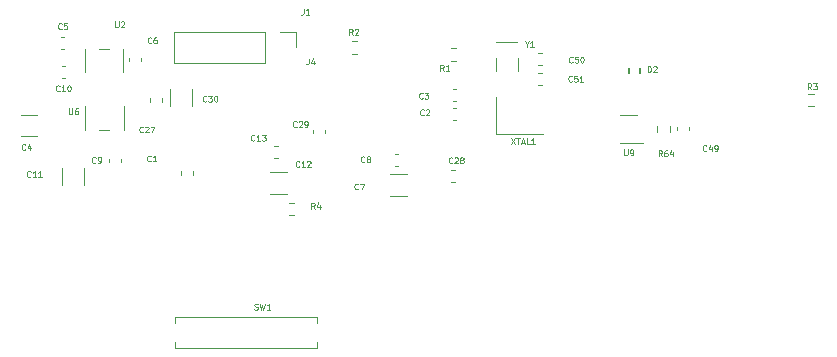
<source format=gbr>
%TF.GenerationSoftware,KiCad,Pcbnew,8.0.5*%
%TF.CreationDate,2025-03-11T15:07:16+00:00*%
%TF.ProjectId,UC_V4_4904-30028-06,55435f56-345f-4343-9930-342d33303032,rev?*%
%TF.SameCoordinates,Original*%
%TF.FileFunction,Legend,Top*%
%TF.FilePolarity,Positive*%
%FSLAX46Y46*%
G04 Gerber Fmt 4.6, Leading zero omitted, Abs format (unit mm)*
G04 Created by KiCad (PCBNEW 8.0.5) date 2025-03-11 15:07:16*
%MOMM*%
%LPD*%
G01*
G04 APERTURE LIST*
%ADD10C,0.100000*%
%ADD11C,0.120000*%
%ADD12C,0.152400*%
G04 APERTURE END LIST*
D10*
X131240571Y-100053490D02*
X131216762Y-100077300D01*
X131216762Y-100077300D02*
X131145333Y-100101109D01*
X131145333Y-100101109D02*
X131097714Y-100101109D01*
X131097714Y-100101109D02*
X131026286Y-100077300D01*
X131026286Y-100077300D02*
X130978667Y-100029680D01*
X130978667Y-100029680D02*
X130954857Y-99982061D01*
X130954857Y-99982061D02*
X130931048Y-99886823D01*
X130931048Y-99886823D02*
X130931048Y-99815395D01*
X130931048Y-99815395D02*
X130954857Y-99720157D01*
X130954857Y-99720157D02*
X130978667Y-99672538D01*
X130978667Y-99672538D02*
X131026286Y-99624919D01*
X131026286Y-99624919D02*
X131097714Y-99601109D01*
X131097714Y-99601109D02*
X131145333Y-99601109D01*
X131145333Y-99601109D02*
X131216762Y-99624919D01*
X131216762Y-99624919D02*
X131240571Y-99648728D01*
X131716762Y-100101109D02*
X131431048Y-100101109D01*
X131573905Y-100101109D02*
X131573905Y-99601109D01*
X131573905Y-99601109D02*
X131526286Y-99672538D01*
X131526286Y-99672538D02*
X131478667Y-99720157D01*
X131478667Y-99720157D02*
X131431048Y-99743966D01*
X131883428Y-99601109D02*
X132192952Y-99601109D01*
X132192952Y-99601109D02*
X132026285Y-99791585D01*
X132026285Y-99791585D02*
X132097714Y-99791585D01*
X132097714Y-99791585D02*
X132145333Y-99815395D01*
X132145333Y-99815395D02*
X132169142Y-99839204D01*
X132169142Y-99839204D02*
X132192952Y-99886823D01*
X132192952Y-99886823D02*
X132192952Y-100005871D01*
X132192952Y-100005871D02*
X132169142Y-100053490D01*
X132169142Y-100053490D02*
X132145333Y-100077300D01*
X132145333Y-100077300D02*
X132097714Y-100101109D01*
X132097714Y-100101109D02*
X131954857Y-100101109D01*
X131954857Y-100101109D02*
X131907238Y-100077300D01*
X131907238Y-100077300D02*
X131883428Y-100053490D01*
X139555866Y-91134909D02*
X139389200Y-90896814D01*
X139270152Y-91134909D02*
X139270152Y-90634909D01*
X139270152Y-90634909D02*
X139460628Y-90634909D01*
X139460628Y-90634909D02*
X139508247Y-90658719D01*
X139508247Y-90658719D02*
X139532057Y-90682528D01*
X139532057Y-90682528D02*
X139555866Y-90730147D01*
X139555866Y-90730147D02*
X139555866Y-90801576D01*
X139555866Y-90801576D02*
X139532057Y-90849195D01*
X139532057Y-90849195D02*
X139508247Y-90873004D01*
X139508247Y-90873004D02*
X139460628Y-90896814D01*
X139460628Y-90896814D02*
X139270152Y-90896814D01*
X139746343Y-90682528D02*
X139770152Y-90658719D01*
X139770152Y-90658719D02*
X139817771Y-90634909D01*
X139817771Y-90634909D02*
X139936819Y-90634909D01*
X139936819Y-90634909D02*
X139984438Y-90658719D01*
X139984438Y-90658719D02*
X140008247Y-90682528D01*
X140008247Y-90682528D02*
X140032057Y-90730147D01*
X140032057Y-90730147D02*
X140032057Y-90777766D01*
X140032057Y-90777766D02*
X140008247Y-90849195D01*
X140008247Y-90849195D02*
X139722533Y-91134909D01*
X139722533Y-91134909D02*
X140032057Y-91134909D01*
X162552647Y-100838109D02*
X162552647Y-101242871D01*
X162552647Y-101242871D02*
X162576457Y-101290490D01*
X162576457Y-101290490D02*
X162600266Y-101314300D01*
X162600266Y-101314300D02*
X162647885Y-101338109D01*
X162647885Y-101338109D02*
X162743123Y-101338109D01*
X162743123Y-101338109D02*
X162790742Y-101314300D01*
X162790742Y-101314300D02*
X162814552Y-101290490D01*
X162814552Y-101290490D02*
X162838361Y-101242871D01*
X162838361Y-101242871D02*
X162838361Y-100838109D01*
X163100267Y-101338109D02*
X163195505Y-101338109D01*
X163195505Y-101338109D02*
X163243124Y-101314300D01*
X163243124Y-101314300D02*
X163266933Y-101290490D01*
X163266933Y-101290490D02*
X163314552Y-101219061D01*
X163314552Y-101219061D02*
X163338362Y-101123823D01*
X163338362Y-101123823D02*
X163338362Y-100933347D01*
X163338362Y-100933347D02*
X163314552Y-100885728D01*
X163314552Y-100885728D02*
X163290743Y-100861919D01*
X163290743Y-100861919D02*
X163243124Y-100838109D01*
X163243124Y-100838109D02*
X163147886Y-100838109D01*
X163147886Y-100838109D02*
X163100267Y-100861919D01*
X163100267Y-100861919D02*
X163076457Y-100885728D01*
X163076457Y-100885728D02*
X163052648Y-100933347D01*
X163052648Y-100933347D02*
X163052648Y-101052395D01*
X163052648Y-101052395D02*
X163076457Y-101100014D01*
X163076457Y-101100014D02*
X163100267Y-101123823D01*
X163100267Y-101123823D02*
X163147886Y-101147633D01*
X163147886Y-101147633D02*
X163243124Y-101147633D01*
X163243124Y-101147633D02*
X163290743Y-101123823D01*
X163290743Y-101123823D02*
X163314552Y-101100014D01*
X163314552Y-101100014D02*
X163338362Y-101052395D01*
X140030666Y-104177690D02*
X140006857Y-104201500D01*
X140006857Y-104201500D02*
X139935428Y-104225309D01*
X139935428Y-104225309D02*
X139887809Y-104225309D01*
X139887809Y-104225309D02*
X139816381Y-104201500D01*
X139816381Y-104201500D02*
X139768762Y-104153880D01*
X139768762Y-104153880D02*
X139744952Y-104106261D01*
X139744952Y-104106261D02*
X139721143Y-104011023D01*
X139721143Y-104011023D02*
X139721143Y-103939595D01*
X139721143Y-103939595D02*
X139744952Y-103844357D01*
X139744952Y-103844357D02*
X139768762Y-103796738D01*
X139768762Y-103796738D02*
X139816381Y-103749119D01*
X139816381Y-103749119D02*
X139887809Y-103725309D01*
X139887809Y-103725309D02*
X139935428Y-103725309D01*
X139935428Y-103725309D02*
X140006857Y-103749119D01*
X140006857Y-103749119D02*
X140030666Y-103772928D01*
X140197333Y-103725309D02*
X140530666Y-103725309D01*
X140530666Y-103725309D02*
X140316381Y-104225309D01*
X152978296Y-99905909D02*
X153311629Y-100405909D01*
X153311629Y-99905909D02*
X152978296Y-100405909D01*
X153430677Y-99905909D02*
X153716391Y-99905909D01*
X153573534Y-100405909D02*
X153573534Y-99905909D01*
X153859248Y-100263052D02*
X154097343Y-100263052D01*
X153811629Y-100405909D02*
X153978295Y-99905909D01*
X153978295Y-99905909D02*
X154144962Y-100405909D01*
X154549723Y-100405909D02*
X154311628Y-100405909D01*
X154311628Y-100405909D02*
X154311628Y-99905909D01*
X154978295Y-100405909D02*
X154692581Y-100405909D01*
X154835438Y-100405909D02*
X154835438Y-99905909D01*
X154835438Y-99905909D02*
X154787819Y-99977338D01*
X154787819Y-99977338D02*
X154740200Y-100024957D01*
X154740200Y-100024957D02*
X154692581Y-100048766D01*
X169521771Y-100926690D02*
X169497962Y-100950500D01*
X169497962Y-100950500D02*
X169426533Y-100974309D01*
X169426533Y-100974309D02*
X169378914Y-100974309D01*
X169378914Y-100974309D02*
X169307486Y-100950500D01*
X169307486Y-100950500D02*
X169259867Y-100902880D01*
X169259867Y-100902880D02*
X169236057Y-100855261D01*
X169236057Y-100855261D02*
X169212248Y-100760023D01*
X169212248Y-100760023D02*
X169212248Y-100688595D01*
X169212248Y-100688595D02*
X169236057Y-100593357D01*
X169236057Y-100593357D02*
X169259867Y-100545738D01*
X169259867Y-100545738D02*
X169307486Y-100498119D01*
X169307486Y-100498119D02*
X169378914Y-100474309D01*
X169378914Y-100474309D02*
X169426533Y-100474309D01*
X169426533Y-100474309D02*
X169497962Y-100498119D01*
X169497962Y-100498119D02*
X169521771Y-100521928D01*
X169950343Y-100640976D02*
X169950343Y-100974309D01*
X169831295Y-100450500D02*
X169712248Y-100807642D01*
X169712248Y-100807642D02*
X170021771Y-100807642D01*
X170236057Y-100974309D02*
X170331295Y-100974309D01*
X170331295Y-100974309D02*
X170378914Y-100950500D01*
X170378914Y-100950500D02*
X170402723Y-100926690D01*
X170402723Y-100926690D02*
X170450342Y-100855261D01*
X170450342Y-100855261D02*
X170474152Y-100760023D01*
X170474152Y-100760023D02*
X170474152Y-100569547D01*
X170474152Y-100569547D02*
X170450342Y-100521928D01*
X170450342Y-100521928D02*
X170426533Y-100498119D01*
X170426533Y-100498119D02*
X170378914Y-100474309D01*
X170378914Y-100474309D02*
X170283676Y-100474309D01*
X170283676Y-100474309D02*
X170236057Y-100498119D01*
X170236057Y-100498119D02*
X170212247Y-100521928D01*
X170212247Y-100521928D02*
X170188438Y-100569547D01*
X170188438Y-100569547D02*
X170188438Y-100688595D01*
X170188438Y-100688595D02*
X170212247Y-100736214D01*
X170212247Y-100736214D02*
X170236057Y-100760023D01*
X170236057Y-100760023D02*
X170283676Y-100783833D01*
X170283676Y-100783833D02*
X170378914Y-100783833D01*
X170378914Y-100783833D02*
X170426533Y-100760023D01*
X170426533Y-100760023D02*
X170450342Y-100736214D01*
X170450342Y-100736214D02*
X170474152Y-100688595D01*
X117794866Y-101936690D02*
X117771057Y-101960500D01*
X117771057Y-101960500D02*
X117699628Y-101984309D01*
X117699628Y-101984309D02*
X117652009Y-101984309D01*
X117652009Y-101984309D02*
X117580581Y-101960500D01*
X117580581Y-101960500D02*
X117532962Y-101912880D01*
X117532962Y-101912880D02*
X117509152Y-101865261D01*
X117509152Y-101865261D02*
X117485343Y-101770023D01*
X117485343Y-101770023D02*
X117485343Y-101698595D01*
X117485343Y-101698595D02*
X117509152Y-101603357D01*
X117509152Y-101603357D02*
X117532962Y-101555738D01*
X117532962Y-101555738D02*
X117580581Y-101508119D01*
X117580581Y-101508119D02*
X117652009Y-101484309D01*
X117652009Y-101484309D02*
X117699628Y-101484309D01*
X117699628Y-101484309D02*
X117771057Y-101508119D01*
X117771057Y-101508119D02*
X117794866Y-101531928D01*
X118032962Y-101984309D02*
X118128200Y-101984309D01*
X118128200Y-101984309D02*
X118175819Y-101960500D01*
X118175819Y-101960500D02*
X118199628Y-101936690D01*
X118199628Y-101936690D02*
X118247247Y-101865261D01*
X118247247Y-101865261D02*
X118271057Y-101770023D01*
X118271057Y-101770023D02*
X118271057Y-101579547D01*
X118271057Y-101579547D02*
X118247247Y-101531928D01*
X118247247Y-101531928D02*
X118223438Y-101508119D01*
X118223438Y-101508119D02*
X118175819Y-101484309D01*
X118175819Y-101484309D02*
X118080581Y-101484309D01*
X118080581Y-101484309D02*
X118032962Y-101508119D01*
X118032962Y-101508119D02*
X118009152Y-101531928D01*
X118009152Y-101531928D02*
X117985343Y-101579547D01*
X117985343Y-101579547D02*
X117985343Y-101698595D01*
X117985343Y-101698595D02*
X118009152Y-101746214D01*
X118009152Y-101746214D02*
X118032962Y-101770023D01*
X118032962Y-101770023D02*
X118080581Y-101793833D01*
X118080581Y-101793833D02*
X118175819Y-101793833D01*
X118175819Y-101793833D02*
X118223438Y-101770023D01*
X118223438Y-101770023D02*
X118247247Y-101746214D01*
X118247247Y-101746214D02*
X118271057Y-101698595D01*
X147277466Y-94157509D02*
X147110800Y-93919414D01*
X146991752Y-94157509D02*
X146991752Y-93657509D01*
X146991752Y-93657509D02*
X147182228Y-93657509D01*
X147182228Y-93657509D02*
X147229847Y-93681319D01*
X147229847Y-93681319D02*
X147253657Y-93705128D01*
X147253657Y-93705128D02*
X147277466Y-93752747D01*
X147277466Y-93752747D02*
X147277466Y-93824176D01*
X147277466Y-93824176D02*
X147253657Y-93871795D01*
X147253657Y-93871795D02*
X147229847Y-93895604D01*
X147229847Y-93895604D02*
X147182228Y-93919414D01*
X147182228Y-93919414D02*
X146991752Y-93919414D01*
X147753657Y-94157509D02*
X147467943Y-94157509D01*
X147610800Y-94157509D02*
X147610800Y-93657509D01*
X147610800Y-93657509D02*
X147563181Y-93728938D01*
X147563181Y-93728938D02*
X147515562Y-93776557D01*
X147515562Y-93776557D02*
X147467943Y-93800366D01*
X122474866Y-101806690D02*
X122451057Y-101830500D01*
X122451057Y-101830500D02*
X122379628Y-101854309D01*
X122379628Y-101854309D02*
X122332009Y-101854309D01*
X122332009Y-101854309D02*
X122260581Y-101830500D01*
X122260581Y-101830500D02*
X122212962Y-101782880D01*
X122212962Y-101782880D02*
X122189152Y-101735261D01*
X122189152Y-101735261D02*
X122165343Y-101640023D01*
X122165343Y-101640023D02*
X122165343Y-101568595D01*
X122165343Y-101568595D02*
X122189152Y-101473357D01*
X122189152Y-101473357D02*
X122212962Y-101425738D01*
X122212962Y-101425738D02*
X122260581Y-101378119D01*
X122260581Y-101378119D02*
X122332009Y-101354309D01*
X122332009Y-101354309D02*
X122379628Y-101354309D01*
X122379628Y-101354309D02*
X122451057Y-101378119D01*
X122451057Y-101378119D02*
X122474866Y-101401928D01*
X122951057Y-101854309D02*
X122665343Y-101854309D01*
X122808200Y-101854309D02*
X122808200Y-101354309D01*
X122808200Y-101354309D02*
X122760581Y-101425738D01*
X122760581Y-101425738D02*
X122712962Y-101473357D01*
X122712962Y-101473357D02*
X122665343Y-101497166D01*
X134814171Y-98894490D02*
X134790362Y-98918300D01*
X134790362Y-98918300D02*
X134718933Y-98942109D01*
X134718933Y-98942109D02*
X134671314Y-98942109D01*
X134671314Y-98942109D02*
X134599886Y-98918300D01*
X134599886Y-98918300D02*
X134552267Y-98870680D01*
X134552267Y-98870680D02*
X134528457Y-98823061D01*
X134528457Y-98823061D02*
X134504648Y-98727823D01*
X134504648Y-98727823D02*
X134504648Y-98656395D01*
X134504648Y-98656395D02*
X134528457Y-98561157D01*
X134528457Y-98561157D02*
X134552267Y-98513538D01*
X134552267Y-98513538D02*
X134599886Y-98465919D01*
X134599886Y-98465919D02*
X134671314Y-98442109D01*
X134671314Y-98442109D02*
X134718933Y-98442109D01*
X134718933Y-98442109D02*
X134790362Y-98465919D01*
X134790362Y-98465919D02*
X134814171Y-98489728D01*
X135004648Y-98489728D02*
X135028457Y-98465919D01*
X135028457Y-98465919D02*
X135076076Y-98442109D01*
X135076076Y-98442109D02*
X135195124Y-98442109D01*
X135195124Y-98442109D02*
X135242743Y-98465919D01*
X135242743Y-98465919D02*
X135266552Y-98489728D01*
X135266552Y-98489728D02*
X135290362Y-98537347D01*
X135290362Y-98537347D02*
X135290362Y-98584966D01*
X135290362Y-98584966D02*
X135266552Y-98656395D01*
X135266552Y-98656395D02*
X134980838Y-98942109D01*
X134980838Y-98942109D02*
X135290362Y-98942109D01*
X135528457Y-98942109D02*
X135623695Y-98942109D01*
X135623695Y-98942109D02*
X135671314Y-98918300D01*
X135671314Y-98918300D02*
X135695123Y-98894490D01*
X135695123Y-98894490D02*
X135742742Y-98823061D01*
X135742742Y-98823061D02*
X135766552Y-98727823D01*
X135766552Y-98727823D02*
X135766552Y-98537347D01*
X135766552Y-98537347D02*
X135742742Y-98489728D01*
X135742742Y-98489728D02*
X135718933Y-98465919D01*
X135718933Y-98465919D02*
X135671314Y-98442109D01*
X135671314Y-98442109D02*
X135576076Y-98442109D01*
X135576076Y-98442109D02*
X135528457Y-98465919D01*
X135528457Y-98465919D02*
X135504647Y-98489728D01*
X135504647Y-98489728D02*
X135480838Y-98537347D01*
X135480838Y-98537347D02*
X135480838Y-98656395D01*
X135480838Y-98656395D02*
X135504647Y-98704014D01*
X135504647Y-98704014D02*
X135528457Y-98727823D01*
X135528457Y-98727823D02*
X135576076Y-98751633D01*
X135576076Y-98751633D02*
X135671314Y-98751633D01*
X135671314Y-98751633D02*
X135718933Y-98727823D01*
X135718933Y-98727823D02*
X135742742Y-98704014D01*
X135742742Y-98704014D02*
X135766552Y-98656395D01*
X135842333Y-93143509D02*
X135842333Y-93500652D01*
X135842333Y-93500652D02*
X135818524Y-93572080D01*
X135818524Y-93572080D02*
X135770905Y-93619700D01*
X135770905Y-93619700D02*
X135699476Y-93643509D01*
X135699476Y-93643509D02*
X135651857Y-93643509D01*
X136294714Y-93310176D02*
X136294714Y-93643509D01*
X136175666Y-93119700D02*
X136056619Y-93476842D01*
X136056619Y-93476842D02*
X136366142Y-93476842D01*
X114934866Y-90596690D02*
X114911057Y-90620500D01*
X114911057Y-90620500D02*
X114839628Y-90644309D01*
X114839628Y-90644309D02*
X114792009Y-90644309D01*
X114792009Y-90644309D02*
X114720581Y-90620500D01*
X114720581Y-90620500D02*
X114672962Y-90572880D01*
X114672962Y-90572880D02*
X114649152Y-90525261D01*
X114649152Y-90525261D02*
X114625343Y-90430023D01*
X114625343Y-90430023D02*
X114625343Y-90358595D01*
X114625343Y-90358595D02*
X114649152Y-90263357D01*
X114649152Y-90263357D02*
X114672962Y-90215738D01*
X114672962Y-90215738D02*
X114720581Y-90168119D01*
X114720581Y-90168119D02*
X114792009Y-90144309D01*
X114792009Y-90144309D02*
X114839628Y-90144309D01*
X114839628Y-90144309D02*
X114911057Y-90168119D01*
X114911057Y-90168119D02*
X114934866Y-90191928D01*
X115387247Y-90144309D02*
X115149152Y-90144309D01*
X115149152Y-90144309D02*
X115125343Y-90382404D01*
X115125343Y-90382404D02*
X115149152Y-90358595D01*
X115149152Y-90358595D02*
X115196771Y-90334785D01*
X115196771Y-90334785D02*
X115315819Y-90334785D01*
X115315819Y-90334785D02*
X115363438Y-90358595D01*
X115363438Y-90358595D02*
X115387247Y-90382404D01*
X115387247Y-90382404D02*
X115411057Y-90430023D01*
X115411057Y-90430023D02*
X115411057Y-90549071D01*
X115411057Y-90549071D02*
X115387247Y-90596690D01*
X115387247Y-90596690D02*
X115363438Y-90620500D01*
X115363438Y-90620500D02*
X115315819Y-90644309D01*
X115315819Y-90644309D02*
X115196771Y-90644309D01*
X115196771Y-90644309D02*
X115149152Y-90620500D01*
X115149152Y-90620500D02*
X115125343Y-90596690D01*
X154300105Y-91906214D02*
X154300105Y-92144309D01*
X154133439Y-91644309D02*
X154300105Y-91906214D01*
X154300105Y-91906214D02*
X154466772Y-91644309D01*
X154895343Y-92144309D02*
X154609629Y-92144309D01*
X154752486Y-92144309D02*
X154752486Y-91644309D01*
X154752486Y-91644309D02*
X154704867Y-91715738D01*
X154704867Y-91715738D02*
X154657248Y-91763357D01*
X154657248Y-91763357D02*
X154609629Y-91787166D01*
X119462247Y-89999309D02*
X119462247Y-90404071D01*
X119462247Y-90404071D02*
X119486057Y-90451690D01*
X119486057Y-90451690D02*
X119509866Y-90475500D01*
X119509866Y-90475500D02*
X119557485Y-90499309D01*
X119557485Y-90499309D02*
X119652723Y-90499309D01*
X119652723Y-90499309D02*
X119700342Y-90475500D01*
X119700342Y-90475500D02*
X119724152Y-90451690D01*
X119724152Y-90451690D02*
X119747961Y-90404071D01*
X119747961Y-90404071D02*
X119747961Y-89999309D01*
X119962248Y-90046928D02*
X119986057Y-90023119D01*
X119986057Y-90023119D02*
X120033676Y-89999309D01*
X120033676Y-89999309D02*
X120152724Y-89999309D01*
X120152724Y-89999309D02*
X120200343Y-90023119D01*
X120200343Y-90023119D02*
X120224152Y-90046928D01*
X120224152Y-90046928D02*
X120247962Y-90094547D01*
X120247962Y-90094547D02*
X120247962Y-90142166D01*
X120247962Y-90142166D02*
X120224152Y-90213595D01*
X120224152Y-90213595D02*
X119938438Y-90499309D01*
X119938438Y-90499309D02*
X120247962Y-90499309D01*
X135050571Y-102263290D02*
X135026762Y-102287100D01*
X135026762Y-102287100D02*
X134955333Y-102310909D01*
X134955333Y-102310909D02*
X134907714Y-102310909D01*
X134907714Y-102310909D02*
X134836286Y-102287100D01*
X134836286Y-102287100D02*
X134788667Y-102239480D01*
X134788667Y-102239480D02*
X134764857Y-102191861D01*
X134764857Y-102191861D02*
X134741048Y-102096623D01*
X134741048Y-102096623D02*
X134741048Y-102025195D01*
X134741048Y-102025195D02*
X134764857Y-101929957D01*
X134764857Y-101929957D02*
X134788667Y-101882338D01*
X134788667Y-101882338D02*
X134836286Y-101834719D01*
X134836286Y-101834719D02*
X134907714Y-101810909D01*
X134907714Y-101810909D02*
X134955333Y-101810909D01*
X134955333Y-101810909D02*
X135026762Y-101834719D01*
X135026762Y-101834719D02*
X135050571Y-101858528D01*
X135526762Y-102310909D02*
X135241048Y-102310909D01*
X135383905Y-102310909D02*
X135383905Y-101810909D01*
X135383905Y-101810909D02*
X135336286Y-101882338D01*
X135336286Y-101882338D02*
X135288667Y-101929957D01*
X135288667Y-101929957D02*
X135241048Y-101953766D01*
X135717238Y-101858528D02*
X135741047Y-101834719D01*
X135741047Y-101834719D02*
X135788666Y-101810909D01*
X135788666Y-101810909D02*
X135907714Y-101810909D01*
X135907714Y-101810909D02*
X135955333Y-101834719D01*
X135955333Y-101834719D02*
X135979142Y-101858528D01*
X135979142Y-101858528D02*
X136002952Y-101906147D01*
X136002952Y-101906147D02*
X136002952Y-101953766D01*
X136002952Y-101953766D02*
X135979142Y-102025195D01*
X135979142Y-102025195D02*
X135693428Y-102310909D01*
X135693428Y-102310909D02*
X136002952Y-102310909D01*
X158182171Y-93433490D02*
X158158362Y-93457300D01*
X158158362Y-93457300D02*
X158086933Y-93481109D01*
X158086933Y-93481109D02*
X158039314Y-93481109D01*
X158039314Y-93481109D02*
X157967886Y-93457300D01*
X157967886Y-93457300D02*
X157920267Y-93409680D01*
X157920267Y-93409680D02*
X157896457Y-93362061D01*
X157896457Y-93362061D02*
X157872648Y-93266823D01*
X157872648Y-93266823D02*
X157872648Y-93195395D01*
X157872648Y-93195395D02*
X157896457Y-93100157D01*
X157896457Y-93100157D02*
X157920267Y-93052538D01*
X157920267Y-93052538D02*
X157967886Y-93004919D01*
X157967886Y-93004919D02*
X158039314Y-92981109D01*
X158039314Y-92981109D02*
X158086933Y-92981109D01*
X158086933Y-92981109D02*
X158158362Y-93004919D01*
X158158362Y-93004919D02*
X158182171Y-93028728D01*
X158634552Y-92981109D02*
X158396457Y-92981109D01*
X158396457Y-92981109D02*
X158372648Y-93219204D01*
X158372648Y-93219204D02*
X158396457Y-93195395D01*
X158396457Y-93195395D02*
X158444076Y-93171585D01*
X158444076Y-93171585D02*
X158563124Y-93171585D01*
X158563124Y-93171585D02*
X158610743Y-93195395D01*
X158610743Y-93195395D02*
X158634552Y-93219204D01*
X158634552Y-93219204D02*
X158658362Y-93266823D01*
X158658362Y-93266823D02*
X158658362Y-93385871D01*
X158658362Y-93385871D02*
X158634552Y-93433490D01*
X158634552Y-93433490D02*
X158610743Y-93457300D01*
X158610743Y-93457300D02*
X158563124Y-93481109D01*
X158563124Y-93481109D02*
X158444076Y-93481109D01*
X158444076Y-93481109D02*
X158396457Y-93457300D01*
X158396457Y-93457300D02*
X158372648Y-93433490D01*
X158967885Y-92981109D02*
X159015504Y-92981109D01*
X159015504Y-92981109D02*
X159063123Y-93004919D01*
X159063123Y-93004919D02*
X159086933Y-93028728D01*
X159086933Y-93028728D02*
X159110742Y-93076347D01*
X159110742Y-93076347D02*
X159134552Y-93171585D01*
X159134552Y-93171585D02*
X159134552Y-93290633D01*
X159134552Y-93290633D02*
X159110742Y-93385871D01*
X159110742Y-93385871D02*
X159086933Y-93433490D01*
X159086933Y-93433490D02*
X159063123Y-93457300D01*
X159063123Y-93457300D02*
X159015504Y-93481109D01*
X159015504Y-93481109D02*
X158967885Y-93481109D01*
X158967885Y-93481109D02*
X158920266Y-93457300D01*
X158920266Y-93457300D02*
X158896457Y-93433490D01*
X158896457Y-93433490D02*
X158872647Y-93385871D01*
X158872647Y-93385871D02*
X158848838Y-93290633D01*
X158848838Y-93290633D02*
X158848838Y-93171585D01*
X158848838Y-93171585D02*
X158872647Y-93076347D01*
X158872647Y-93076347D02*
X158896457Y-93028728D01*
X158896457Y-93028728D02*
X158920266Y-93004919D01*
X158920266Y-93004919D02*
X158967885Y-92981109D01*
X111859866Y-100826690D02*
X111836057Y-100850500D01*
X111836057Y-100850500D02*
X111764628Y-100874309D01*
X111764628Y-100874309D02*
X111717009Y-100874309D01*
X111717009Y-100874309D02*
X111645581Y-100850500D01*
X111645581Y-100850500D02*
X111597962Y-100802880D01*
X111597962Y-100802880D02*
X111574152Y-100755261D01*
X111574152Y-100755261D02*
X111550343Y-100660023D01*
X111550343Y-100660023D02*
X111550343Y-100588595D01*
X111550343Y-100588595D02*
X111574152Y-100493357D01*
X111574152Y-100493357D02*
X111597962Y-100445738D01*
X111597962Y-100445738D02*
X111645581Y-100398119D01*
X111645581Y-100398119D02*
X111717009Y-100374309D01*
X111717009Y-100374309D02*
X111764628Y-100374309D01*
X111764628Y-100374309D02*
X111836057Y-100398119D01*
X111836057Y-100398119D02*
X111859866Y-100421928D01*
X112288438Y-100540976D02*
X112288438Y-100874309D01*
X112169390Y-100350500D02*
X112050343Y-100707642D01*
X112050343Y-100707642D02*
X112359866Y-100707642D01*
X165751371Y-101405909D02*
X165584705Y-101167814D01*
X165465657Y-101405909D02*
X165465657Y-100905909D01*
X165465657Y-100905909D02*
X165656133Y-100905909D01*
X165656133Y-100905909D02*
X165703752Y-100929719D01*
X165703752Y-100929719D02*
X165727562Y-100953528D01*
X165727562Y-100953528D02*
X165751371Y-101001147D01*
X165751371Y-101001147D02*
X165751371Y-101072576D01*
X165751371Y-101072576D02*
X165727562Y-101120195D01*
X165727562Y-101120195D02*
X165703752Y-101144004D01*
X165703752Y-101144004D02*
X165656133Y-101167814D01*
X165656133Y-101167814D02*
X165465657Y-101167814D01*
X166179943Y-100905909D02*
X166084705Y-100905909D01*
X166084705Y-100905909D02*
X166037086Y-100929719D01*
X166037086Y-100929719D02*
X166013276Y-100953528D01*
X166013276Y-100953528D02*
X165965657Y-101024957D01*
X165965657Y-101024957D02*
X165941848Y-101120195D01*
X165941848Y-101120195D02*
X165941848Y-101310671D01*
X165941848Y-101310671D02*
X165965657Y-101358290D01*
X165965657Y-101358290D02*
X165989467Y-101382100D01*
X165989467Y-101382100D02*
X166037086Y-101405909D01*
X166037086Y-101405909D02*
X166132324Y-101405909D01*
X166132324Y-101405909D02*
X166179943Y-101382100D01*
X166179943Y-101382100D02*
X166203752Y-101358290D01*
X166203752Y-101358290D02*
X166227562Y-101310671D01*
X166227562Y-101310671D02*
X166227562Y-101191623D01*
X166227562Y-101191623D02*
X166203752Y-101144004D01*
X166203752Y-101144004D02*
X166179943Y-101120195D01*
X166179943Y-101120195D02*
X166132324Y-101096385D01*
X166132324Y-101096385D02*
X166037086Y-101096385D01*
X166037086Y-101096385D02*
X165989467Y-101120195D01*
X165989467Y-101120195D02*
X165965657Y-101144004D01*
X165965657Y-101144004D02*
X165941848Y-101191623D01*
X166656133Y-101072576D02*
X166656133Y-101405909D01*
X166537085Y-100882100D02*
X166418038Y-101239242D01*
X166418038Y-101239242D02*
X166727561Y-101239242D01*
X121809371Y-99351690D02*
X121785562Y-99375500D01*
X121785562Y-99375500D02*
X121714133Y-99399309D01*
X121714133Y-99399309D02*
X121666514Y-99399309D01*
X121666514Y-99399309D02*
X121595086Y-99375500D01*
X121595086Y-99375500D02*
X121547467Y-99327880D01*
X121547467Y-99327880D02*
X121523657Y-99280261D01*
X121523657Y-99280261D02*
X121499848Y-99185023D01*
X121499848Y-99185023D02*
X121499848Y-99113595D01*
X121499848Y-99113595D02*
X121523657Y-99018357D01*
X121523657Y-99018357D02*
X121547467Y-98970738D01*
X121547467Y-98970738D02*
X121595086Y-98923119D01*
X121595086Y-98923119D02*
X121666514Y-98899309D01*
X121666514Y-98899309D02*
X121714133Y-98899309D01*
X121714133Y-98899309D02*
X121785562Y-98923119D01*
X121785562Y-98923119D02*
X121809371Y-98946928D01*
X121999848Y-98946928D02*
X122023657Y-98923119D01*
X122023657Y-98923119D02*
X122071276Y-98899309D01*
X122071276Y-98899309D02*
X122190324Y-98899309D01*
X122190324Y-98899309D02*
X122237943Y-98923119D01*
X122237943Y-98923119D02*
X122261752Y-98946928D01*
X122261752Y-98946928D02*
X122285562Y-98994547D01*
X122285562Y-98994547D02*
X122285562Y-99042166D01*
X122285562Y-99042166D02*
X122261752Y-99113595D01*
X122261752Y-99113595D02*
X121976038Y-99399309D01*
X121976038Y-99399309D02*
X122285562Y-99399309D01*
X122452228Y-98899309D02*
X122785561Y-98899309D01*
X122785561Y-98899309D02*
X122571276Y-99399309D01*
X131250934Y-114377500D02*
X131322362Y-114401309D01*
X131322362Y-114401309D02*
X131441410Y-114401309D01*
X131441410Y-114401309D02*
X131489029Y-114377500D01*
X131489029Y-114377500D02*
X131512838Y-114353690D01*
X131512838Y-114353690D02*
X131536648Y-114306071D01*
X131536648Y-114306071D02*
X131536648Y-114258452D01*
X131536648Y-114258452D02*
X131512838Y-114210833D01*
X131512838Y-114210833D02*
X131489029Y-114187023D01*
X131489029Y-114187023D02*
X131441410Y-114163214D01*
X131441410Y-114163214D02*
X131346172Y-114139404D01*
X131346172Y-114139404D02*
X131298553Y-114115595D01*
X131298553Y-114115595D02*
X131274743Y-114091785D01*
X131274743Y-114091785D02*
X131250934Y-114044166D01*
X131250934Y-114044166D02*
X131250934Y-113996547D01*
X131250934Y-113996547D02*
X131274743Y-113948928D01*
X131274743Y-113948928D02*
X131298553Y-113925119D01*
X131298553Y-113925119D02*
X131346172Y-113901309D01*
X131346172Y-113901309D02*
X131465219Y-113901309D01*
X131465219Y-113901309D02*
X131536648Y-113925119D01*
X131703314Y-113901309D02*
X131822362Y-114401309D01*
X131822362Y-114401309D02*
X131917600Y-114044166D01*
X131917600Y-114044166D02*
X132012838Y-114401309D01*
X132012838Y-114401309D02*
X132131886Y-113901309D01*
X132584267Y-114401309D02*
X132298553Y-114401309D01*
X132441410Y-114401309D02*
X132441410Y-113901309D01*
X132441410Y-113901309D02*
X132393791Y-113972738D01*
X132393791Y-113972738D02*
X132346172Y-114020357D01*
X132346172Y-114020357D02*
X132298553Y-114044166D01*
X158131371Y-95059090D02*
X158107562Y-95082900D01*
X158107562Y-95082900D02*
X158036133Y-95106709D01*
X158036133Y-95106709D02*
X157988514Y-95106709D01*
X157988514Y-95106709D02*
X157917086Y-95082900D01*
X157917086Y-95082900D02*
X157869467Y-95035280D01*
X157869467Y-95035280D02*
X157845657Y-94987661D01*
X157845657Y-94987661D02*
X157821848Y-94892423D01*
X157821848Y-94892423D02*
X157821848Y-94820995D01*
X157821848Y-94820995D02*
X157845657Y-94725757D01*
X157845657Y-94725757D02*
X157869467Y-94678138D01*
X157869467Y-94678138D02*
X157917086Y-94630519D01*
X157917086Y-94630519D02*
X157988514Y-94606709D01*
X157988514Y-94606709D02*
X158036133Y-94606709D01*
X158036133Y-94606709D02*
X158107562Y-94630519D01*
X158107562Y-94630519D02*
X158131371Y-94654328D01*
X158583752Y-94606709D02*
X158345657Y-94606709D01*
X158345657Y-94606709D02*
X158321848Y-94844804D01*
X158321848Y-94844804D02*
X158345657Y-94820995D01*
X158345657Y-94820995D02*
X158393276Y-94797185D01*
X158393276Y-94797185D02*
X158512324Y-94797185D01*
X158512324Y-94797185D02*
X158559943Y-94820995D01*
X158559943Y-94820995D02*
X158583752Y-94844804D01*
X158583752Y-94844804D02*
X158607562Y-94892423D01*
X158607562Y-94892423D02*
X158607562Y-95011471D01*
X158607562Y-95011471D02*
X158583752Y-95059090D01*
X158583752Y-95059090D02*
X158559943Y-95082900D01*
X158559943Y-95082900D02*
X158512324Y-95106709D01*
X158512324Y-95106709D02*
X158393276Y-95106709D01*
X158393276Y-95106709D02*
X158345657Y-95082900D01*
X158345657Y-95082900D02*
X158321848Y-95059090D01*
X159083752Y-95106709D02*
X158798038Y-95106709D01*
X158940895Y-95106709D02*
X158940895Y-94606709D01*
X158940895Y-94606709D02*
X158893276Y-94678138D01*
X158893276Y-94678138D02*
X158845657Y-94725757D01*
X158845657Y-94725757D02*
X158798038Y-94749566D01*
X112296771Y-103116690D02*
X112272962Y-103140500D01*
X112272962Y-103140500D02*
X112201533Y-103164309D01*
X112201533Y-103164309D02*
X112153914Y-103164309D01*
X112153914Y-103164309D02*
X112082486Y-103140500D01*
X112082486Y-103140500D02*
X112034867Y-103092880D01*
X112034867Y-103092880D02*
X112011057Y-103045261D01*
X112011057Y-103045261D02*
X111987248Y-102950023D01*
X111987248Y-102950023D02*
X111987248Y-102878595D01*
X111987248Y-102878595D02*
X112011057Y-102783357D01*
X112011057Y-102783357D02*
X112034867Y-102735738D01*
X112034867Y-102735738D02*
X112082486Y-102688119D01*
X112082486Y-102688119D02*
X112153914Y-102664309D01*
X112153914Y-102664309D02*
X112201533Y-102664309D01*
X112201533Y-102664309D02*
X112272962Y-102688119D01*
X112272962Y-102688119D02*
X112296771Y-102711928D01*
X112772962Y-103164309D02*
X112487248Y-103164309D01*
X112630105Y-103164309D02*
X112630105Y-102664309D01*
X112630105Y-102664309D02*
X112582486Y-102735738D01*
X112582486Y-102735738D02*
X112534867Y-102783357D01*
X112534867Y-102783357D02*
X112487248Y-102807166D01*
X113249152Y-103164309D02*
X112963438Y-103164309D01*
X113106295Y-103164309D02*
X113106295Y-102664309D01*
X113106295Y-102664309D02*
X113058676Y-102735738D01*
X113058676Y-102735738D02*
X113011057Y-102783357D01*
X113011057Y-102783357D02*
X112963438Y-102807166D01*
X178410466Y-95747709D02*
X178243800Y-95509614D01*
X178124752Y-95747709D02*
X178124752Y-95247709D01*
X178124752Y-95247709D02*
X178315228Y-95247709D01*
X178315228Y-95247709D02*
X178362847Y-95271519D01*
X178362847Y-95271519D02*
X178386657Y-95295328D01*
X178386657Y-95295328D02*
X178410466Y-95342947D01*
X178410466Y-95342947D02*
X178410466Y-95414376D01*
X178410466Y-95414376D02*
X178386657Y-95461995D01*
X178386657Y-95461995D02*
X178362847Y-95485804D01*
X178362847Y-95485804D02*
X178315228Y-95509614D01*
X178315228Y-95509614D02*
X178124752Y-95509614D01*
X178577133Y-95247709D02*
X178886657Y-95247709D01*
X178886657Y-95247709D02*
X178719990Y-95438185D01*
X178719990Y-95438185D02*
X178791419Y-95438185D01*
X178791419Y-95438185D02*
X178839038Y-95461995D01*
X178839038Y-95461995D02*
X178862847Y-95485804D01*
X178862847Y-95485804D02*
X178886657Y-95533423D01*
X178886657Y-95533423D02*
X178886657Y-95652471D01*
X178886657Y-95652471D02*
X178862847Y-95700090D01*
X178862847Y-95700090D02*
X178839038Y-95723900D01*
X178839038Y-95723900D02*
X178791419Y-95747709D01*
X178791419Y-95747709D02*
X178648562Y-95747709D01*
X178648562Y-95747709D02*
X178600943Y-95723900D01*
X178600943Y-95723900D02*
X178577133Y-95700090D01*
X136355466Y-105841509D02*
X136188800Y-105603414D01*
X136069752Y-105841509D02*
X136069752Y-105341509D01*
X136069752Y-105341509D02*
X136260228Y-105341509D01*
X136260228Y-105341509D02*
X136307847Y-105365319D01*
X136307847Y-105365319D02*
X136331657Y-105389128D01*
X136331657Y-105389128D02*
X136355466Y-105436747D01*
X136355466Y-105436747D02*
X136355466Y-105508176D01*
X136355466Y-105508176D02*
X136331657Y-105555795D01*
X136331657Y-105555795D02*
X136307847Y-105579604D01*
X136307847Y-105579604D02*
X136260228Y-105603414D01*
X136260228Y-105603414D02*
X136069752Y-105603414D01*
X136784038Y-105508176D02*
X136784038Y-105841509D01*
X136664990Y-105317700D02*
X136545943Y-105674842D01*
X136545943Y-105674842D02*
X136855466Y-105674842D01*
X135408533Y-88914109D02*
X135408533Y-89271252D01*
X135408533Y-89271252D02*
X135384724Y-89342680D01*
X135384724Y-89342680D02*
X135337105Y-89390300D01*
X135337105Y-89390300D02*
X135265676Y-89414109D01*
X135265676Y-89414109D02*
X135218057Y-89414109D01*
X135908533Y-89414109D02*
X135622819Y-89414109D01*
X135765676Y-89414109D02*
X135765676Y-88914109D01*
X135765676Y-88914109D02*
X135718057Y-88985538D01*
X135718057Y-88985538D02*
X135670438Y-89033157D01*
X135670438Y-89033157D02*
X135622819Y-89056966D01*
X115537247Y-97349309D02*
X115537247Y-97754071D01*
X115537247Y-97754071D02*
X115561057Y-97801690D01*
X115561057Y-97801690D02*
X115584866Y-97825500D01*
X115584866Y-97825500D02*
X115632485Y-97849309D01*
X115632485Y-97849309D02*
X115727723Y-97849309D01*
X115727723Y-97849309D02*
X115775342Y-97825500D01*
X115775342Y-97825500D02*
X115799152Y-97801690D01*
X115799152Y-97801690D02*
X115822961Y-97754071D01*
X115822961Y-97754071D02*
X115822961Y-97349309D01*
X116275343Y-97349309D02*
X116180105Y-97349309D01*
X116180105Y-97349309D02*
X116132486Y-97373119D01*
X116132486Y-97373119D02*
X116108676Y-97396928D01*
X116108676Y-97396928D02*
X116061057Y-97468357D01*
X116061057Y-97468357D02*
X116037248Y-97563595D01*
X116037248Y-97563595D02*
X116037248Y-97754071D01*
X116037248Y-97754071D02*
X116061057Y-97801690D01*
X116061057Y-97801690D02*
X116084867Y-97825500D01*
X116084867Y-97825500D02*
X116132486Y-97849309D01*
X116132486Y-97849309D02*
X116227724Y-97849309D01*
X116227724Y-97849309D02*
X116275343Y-97825500D01*
X116275343Y-97825500D02*
X116299152Y-97801690D01*
X116299152Y-97801690D02*
X116322962Y-97754071D01*
X116322962Y-97754071D02*
X116322962Y-97635023D01*
X116322962Y-97635023D02*
X116299152Y-97587404D01*
X116299152Y-97587404D02*
X116275343Y-97563595D01*
X116275343Y-97563595D02*
X116227724Y-97539785D01*
X116227724Y-97539785D02*
X116132486Y-97539785D01*
X116132486Y-97539785D02*
X116084867Y-97563595D01*
X116084867Y-97563595D02*
X116061057Y-97587404D01*
X116061057Y-97587404D02*
X116037248Y-97635023D01*
X114746771Y-95856690D02*
X114722962Y-95880500D01*
X114722962Y-95880500D02*
X114651533Y-95904309D01*
X114651533Y-95904309D02*
X114603914Y-95904309D01*
X114603914Y-95904309D02*
X114532486Y-95880500D01*
X114532486Y-95880500D02*
X114484867Y-95832880D01*
X114484867Y-95832880D02*
X114461057Y-95785261D01*
X114461057Y-95785261D02*
X114437248Y-95690023D01*
X114437248Y-95690023D02*
X114437248Y-95618595D01*
X114437248Y-95618595D02*
X114461057Y-95523357D01*
X114461057Y-95523357D02*
X114484867Y-95475738D01*
X114484867Y-95475738D02*
X114532486Y-95428119D01*
X114532486Y-95428119D02*
X114603914Y-95404309D01*
X114603914Y-95404309D02*
X114651533Y-95404309D01*
X114651533Y-95404309D02*
X114722962Y-95428119D01*
X114722962Y-95428119D02*
X114746771Y-95451928D01*
X115222962Y-95904309D02*
X114937248Y-95904309D01*
X115080105Y-95904309D02*
X115080105Y-95404309D01*
X115080105Y-95404309D02*
X115032486Y-95475738D01*
X115032486Y-95475738D02*
X114984867Y-95523357D01*
X114984867Y-95523357D02*
X114937248Y-95547166D01*
X115532485Y-95404309D02*
X115580104Y-95404309D01*
X115580104Y-95404309D02*
X115627723Y-95428119D01*
X115627723Y-95428119D02*
X115651533Y-95451928D01*
X115651533Y-95451928D02*
X115675342Y-95499547D01*
X115675342Y-95499547D02*
X115699152Y-95594785D01*
X115699152Y-95594785D02*
X115699152Y-95713833D01*
X115699152Y-95713833D02*
X115675342Y-95809071D01*
X115675342Y-95809071D02*
X115651533Y-95856690D01*
X115651533Y-95856690D02*
X115627723Y-95880500D01*
X115627723Y-95880500D02*
X115580104Y-95904309D01*
X115580104Y-95904309D02*
X115532485Y-95904309D01*
X115532485Y-95904309D02*
X115484866Y-95880500D01*
X115484866Y-95880500D02*
X115461057Y-95856690D01*
X115461057Y-95856690D02*
X115437247Y-95809071D01*
X115437247Y-95809071D02*
X115413438Y-95713833D01*
X115413438Y-95713833D02*
X115413438Y-95594785D01*
X115413438Y-95594785D02*
X115437247Y-95499547D01*
X115437247Y-95499547D02*
X115461057Y-95451928D01*
X115461057Y-95451928D02*
X115484866Y-95428119D01*
X115484866Y-95428119D02*
X115532485Y-95404309D01*
X140564066Y-101866290D02*
X140540257Y-101890100D01*
X140540257Y-101890100D02*
X140468828Y-101913909D01*
X140468828Y-101913909D02*
X140421209Y-101913909D01*
X140421209Y-101913909D02*
X140349781Y-101890100D01*
X140349781Y-101890100D02*
X140302162Y-101842480D01*
X140302162Y-101842480D02*
X140278352Y-101794861D01*
X140278352Y-101794861D02*
X140254543Y-101699623D01*
X140254543Y-101699623D02*
X140254543Y-101628195D01*
X140254543Y-101628195D02*
X140278352Y-101532957D01*
X140278352Y-101532957D02*
X140302162Y-101485338D01*
X140302162Y-101485338D02*
X140349781Y-101437719D01*
X140349781Y-101437719D02*
X140421209Y-101413909D01*
X140421209Y-101413909D02*
X140468828Y-101413909D01*
X140468828Y-101413909D02*
X140540257Y-101437719D01*
X140540257Y-101437719D02*
X140564066Y-101461528D01*
X140849781Y-101628195D02*
X140802162Y-101604385D01*
X140802162Y-101604385D02*
X140778352Y-101580576D01*
X140778352Y-101580576D02*
X140754543Y-101532957D01*
X140754543Y-101532957D02*
X140754543Y-101509147D01*
X140754543Y-101509147D02*
X140778352Y-101461528D01*
X140778352Y-101461528D02*
X140802162Y-101437719D01*
X140802162Y-101437719D02*
X140849781Y-101413909D01*
X140849781Y-101413909D02*
X140945019Y-101413909D01*
X140945019Y-101413909D02*
X140992638Y-101437719D01*
X140992638Y-101437719D02*
X141016447Y-101461528D01*
X141016447Y-101461528D02*
X141040257Y-101509147D01*
X141040257Y-101509147D02*
X141040257Y-101532957D01*
X141040257Y-101532957D02*
X141016447Y-101580576D01*
X141016447Y-101580576D02*
X140992638Y-101604385D01*
X140992638Y-101604385D02*
X140945019Y-101628195D01*
X140945019Y-101628195D02*
X140849781Y-101628195D01*
X140849781Y-101628195D02*
X140802162Y-101652004D01*
X140802162Y-101652004D02*
X140778352Y-101675814D01*
X140778352Y-101675814D02*
X140754543Y-101723433D01*
X140754543Y-101723433D02*
X140754543Y-101818671D01*
X140754543Y-101818671D02*
X140778352Y-101866290D01*
X140778352Y-101866290D02*
X140802162Y-101890100D01*
X140802162Y-101890100D02*
X140849781Y-101913909D01*
X140849781Y-101913909D02*
X140945019Y-101913909D01*
X140945019Y-101913909D02*
X140992638Y-101890100D01*
X140992638Y-101890100D02*
X141016447Y-101866290D01*
X141016447Y-101866290D02*
X141040257Y-101818671D01*
X141040257Y-101818671D02*
X141040257Y-101723433D01*
X141040257Y-101723433D02*
X141016447Y-101675814D01*
X141016447Y-101675814D02*
X140992638Y-101652004D01*
X140992638Y-101652004D02*
X140945019Y-101628195D01*
X148004571Y-101958490D02*
X147980762Y-101982300D01*
X147980762Y-101982300D02*
X147909333Y-102006109D01*
X147909333Y-102006109D02*
X147861714Y-102006109D01*
X147861714Y-102006109D02*
X147790286Y-101982300D01*
X147790286Y-101982300D02*
X147742667Y-101934680D01*
X147742667Y-101934680D02*
X147718857Y-101887061D01*
X147718857Y-101887061D02*
X147695048Y-101791823D01*
X147695048Y-101791823D02*
X147695048Y-101720395D01*
X147695048Y-101720395D02*
X147718857Y-101625157D01*
X147718857Y-101625157D02*
X147742667Y-101577538D01*
X147742667Y-101577538D02*
X147790286Y-101529919D01*
X147790286Y-101529919D02*
X147861714Y-101506109D01*
X147861714Y-101506109D02*
X147909333Y-101506109D01*
X147909333Y-101506109D02*
X147980762Y-101529919D01*
X147980762Y-101529919D02*
X148004571Y-101553728D01*
X148195048Y-101553728D02*
X148218857Y-101529919D01*
X148218857Y-101529919D02*
X148266476Y-101506109D01*
X148266476Y-101506109D02*
X148385524Y-101506109D01*
X148385524Y-101506109D02*
X148433143Y-101529919D01*
X148433143Y-101529919D02*
X148456952Y-101553728D01*
X148456952Y-101553728D02*
X148480762Y-101601347D01*
X148480762Y-101601347D02*
X148480762Y-101648966D01*
X148480762Y-101648966D02*
X148456952Y-101720395D01*
X148456952Y-101720395D02*
X148171238Y-102006109D01*
X148171238Y-102006109D02*
X148480762Y-102006109D01*
X148766476Y-101720395D02*
X148718857Y-101696585D01*
X148718857Y-101696585D02*
X148695047Y-101672776D01*
X148695047Y-101672776D02*
X148671238Y-101625157D01*
X148671238Y-101625157D02*
X148671238Y-101601347D01*
X148671238Y-101601347D02*
X148695047Y-101553728D01*
X148695047Y-101553728D02*
X148718857Y-101529919D01*
X148718857Y-101529919D02*
X148766476Y-101506109D01*
X148766476Y-101506109D02*
X148861714Y-101506109D01*
X148861714Y-101506109D02*
X148909333Y-101529919D01*
X148909333Y-101529919D02*
X148933142Y-101553728D01*
X148933142Y-101553728D02*
X148956952Y-101601347D01*
X148956952Y-101601347D02*
X148956952Y-101625157D01*
X148956952Y-101625157D02*
X148933142Y-101672776D01*
X148933142Y-101672776D02*
X148909333Y-101696585D01*
X148909333Y-101696585D02*
X148861714Y-101720395D01*
X148861714Y-101720395D02*
X148766476Y-101720395D01*
X148766476Y-101720395D02*
X148718857Y-101744204D01*
X148718857Y-101744204D02*
X148695047Y-101768014D01*
X148695047Y-101768014D02*
X148671238Y-101815633D01*
X148671238Y-101815633D02*
X148671238Y-101910871D01*
X148671238Y-101910871D02*
X148695047Y-101958490D01*
X148695047Y-101958490D02*
X148718857Y-101982300D01*
X148718857Y-101982300D02*
X148766476Y-102006109D01*
X148766476Y-102006109D02*
X148861714Y-102006109D01*
X148861714Y-102006109D02*
X148909333Y-101982300D01*
X148909333Y-101982300D02*
X148933142Y-101958490D01*
X148933142Y-101958490D02*
X148956952Y-101910871D01*
X148956952Y-101910871D02*
X148956952Y-101815633D01*
X148956952Y-101815633D02*
X148933142Y-101768014D01*
X148933142Y-101768014D02*
X148909333Y-101744204D01*
X148909333Y-101744204D02*
X148861714Y-101720395D01*
X127168771Y-96737290D02*
X127144962Y-96761100D01*
X127144962Y-96761100D02*
X127073533Y-96784909D01*
X127073533Y-96784909D02*
X127025914Y-96784909D01*
X127025914Y-96784909D02*
X126954486Y-96761100D01*
X126954486Y-96761100D02*
X126906867Y-96713480D01*
X126906867Y-96713480D02*
X126883057Y-96665861D01*
X126883057Y-96665861D02*
X126859248Y-96570623D01*
X126859248Y-96570623D02*
X126859248Y-96499195D01*
X126859248Y-96499195D02*
X126883057Y-96403957D01*
X126883057Y-96403957D02*
X126906867Y-96356338D01*
X126906867Y-96356338D02*
X126954486Y-96308719D01*
X126954486Y-96308719D02*
X127025914Y-96284909D01*
X127025914Y-96284909D02*
X127073533Y-96284909D01*
X127073533Y-96284909D02*
X127144962Y-96308719D01*
X127144962Y-96308719D02*
X127168771Y-96332528D01*
X127335438Y-96284909D02*
X127644962Y-96284909D01*
X127644962Y-96284909D02*
X127478295Y-96475385D01*
X127478295Y-96475385D02*
X127549724Y-96475385D01*
X127549724Y-96475385D02*
X127597343Y-96499195D01*
X127597343Y-96499195D02*
X127621152Y-96523004D01*
X127621152Y-96523004D02*
X127644962Y-96570623D01*
X127644962Y-96570623D02*
X127644962Y-96689671D01*
X127644962Y-96689671D02*
X127621152Y-96737290D01*
X127621152Y-96737290D02*
X127597343Y-96761100D01*
X127597343Y-96761100D02*
X127549724Y-96784909D01*
X127549724Y-96784909D02*
X127406867Y-96784909D01*
X127406867Y-96784909D02*
X127359248Y-96761100D01*
X127359248Y-96761100D02*
X127335438Y-96737290D01*
X127954485Y-96284909D02*
X128002104Y-96284909D01*
X128002104Y-96284909D02*
X128049723Y-96308719D01*
X128049723Y-96308719D02*
X128073533Y-96332528D01*
X128073533Y-96332528D02*
X128097342Y-96380147D01*
X128097342Y-96380147D02*
X128121152Y-96475385D01*
X128121152Y-96475385D02*
X128121152Y-96594433D01*
X128121152Y-96594433D02*
X128097342Y-96689671D01*
X128097342Y-96689671D02*
X128073533Y-96737290D01*
X128073533Y-96737290D02*
X128049723Y-96761100D01*
X128049723Y-96761100D02*
X128002104Y-96784909D01*
X128002104Y-96784909D02*
X127954485Y-96784909D01*
X127954485Y-96784909D02*
X127906866Y-96761100D01*
X127906866Y-96761100D02*
X127883057Y-96737290D01*
X127883057Y-96737290D02*
X127859247Y-96689671D01*
X127859247Y-96689671D02*
X127835438Y-96594433D01*
X127835438Y-96594433D02*
X127835438Y-96475385D01*
X127835438Y-96475385D02*
X127859247Y-96380147D01*
X127859247Y-96380147D02*
X127883057Y-96332528D01*
X127883057Y-96332528D02*
X127906866Y-96308719D01*
X127906866Y-96308719D02*
X127954485Y-96284909D01*
X145593266Y-97903890D02*
X145569457Y-97927700D01*
X145569457Y-97927700D02*
X145498028Y-97951509D01*
X145498028Y-97951509D02*
X145450409Y-97951509D01*
X145450409Y-97951509D02*
X145378981Y-97927700D01*
X145378981Y-97927700D02*
X145331362Y-97880080D01*
X145331362Y-97880080D02*
X145307552Y-97832461D01*
X145307552Y-97832461D02*
X145283743Y-97737223D01*
X145283743Y-97737223D02*
X145283743Y-97665795D01*
X145283743Y-97665795D02*
X145307552Y-97570557D01*
X145307552Y-97570557D02*
X145331362Y-97522938D01*
X145331362Y-97522938D02*
X145378981Y-97475319D01*
X145378981Y-97475319D02*
X145450409Y-97451509D01*
X145450409Y-97451509D02*
X145498028Y-97451509D01*
X145498028Y-97451509D02*
X145569457Y-97475319D01*
X145569457Y-97475319D02*
X145593266Y-97499128D01*
X145783743Y-97499128D02*
X145807552Y-97475319D01*
X145807552Y-97475319D02*
X145855171Y-97451509D01*
X145855171Y-97451509D02*
X145974219Y-97451509D01*
X145974219Y-97451509D02*
X146021838Y-97475319D01*
X146021838Y-97475319D02*
X146045647Y-97499128D01*
X146045647Y-97499128D02*
X146069457Y-97546747D01*
X146069457Y-97546747D02*
X146069457Y-97594366D01*
X146069457Y-97594366D02*
X146045647Y-97665795D01*
X146045647Y-97665795D02*
X145759933Y-97951509D01*
X145759933Y-97951509D02*
X146069457Y-97951509D01*
X164543152Y-94284509D02*
X164543152Y-93784509D01*
X164543152Y-93784509D02*
X164662200Y-93784509D01*
X164662200Y-93784509D02*
X164733628Y-93808319D01*
X164733628Y-93808319D02*
X164781247Y-93855938D01*
X164781247Y-93855938D02*
X164805057Y-93903557D01*
X164805057Y-93903557D02*
X164828866Y-93998795D01*
X164828866Y-93998795D02*
X164828866Y-94070223D01*
X164828866Y-94070223D02*
X164805057Y-94165461D01*
X164805057Y-94165461D02*
X164781247Y-94213080D01*
X164781247Y-94213080D02*
X164733628Y-94260700D01*
X164733628Y-94260700D02*
X164662200Y-94284509D01*
X164662200Y-94284509D02*
X164543152Y-94284509D01*
X165019343Y-93832128D02*
X165043152Y-93808319D01*
X165043152Y-93808319D02*
X165090771Y-93784509D01*
X165090771Y-93784509D02*
X165209819Y-93784509D01*
X165209819Y-93784509D02*
X165257438Y-93808319D01*
X165257438Y-93808319D02*
X165281247Y-93832128D01*
X165281247Y-93832128D02*
X165305057Y-93879747D01*
X165305057Y-93879747D02*
X165305057Y-93927366D01*
X165305057Y-93927366D02*
X165281247Y-93998795D01*
X165281247Y-93998795D02*
X164995533Y-94284509D01*
X164995533Y-94284509D02*
X165305057Y-94284509D01*
X145491666Y-96481490D02*
X145467857Y-96505300D01*
X145467857Y-96505300D02*
X145396428Y-96529109D01*
X145396428Y-96529109D02*
X145348809Y-96529109D01*
X145348809Y-96529109D02*
X145277381Y-96505300D01*
X145277381Y-96505300D02*
X145229762Y-96457680D01*
X145229762Y-96457680D02*
X145205952Y-96410061D01*
X145205952Y-96410061D02*
X145182143Y-96314823D01*
X145182143Y-96314823D02*
X145182143Y-96243395D01*
X145182143Y-96243395D02*
X145205952Y-96148157D01*
X145205952Y-96148157D02*
X145229762Y-96100538D01*
X145229762Y-96100538D02*
X145277381Y-96052919D01*
X145277381Y-96052919D02*
X145348809Y-96029109D01*
X145348809Y-96029109D02*
X145396428Y-96029109D01*
X145396428Y-96029109D02*
X145467857Y-96052919D01*
X145467857Y-96052919D02*
X145491666Y-96076728D01*
X145658333Y-96029109D02*
X145967857Y-96029109D01*
X145967857Y-96029109D02*
X145801190Y-96219585D01*
X145801190Y-96219585D02*
X145872619Y-96219585D01*
X145872619Y-96219585D02*
X145920238Y-96243395D01*
X145920238Y-96243395D02*
X145944047Y-96267204D01*
X145944047Y-96267204D02*
X145967857Y-96314823D01*
X145967857Y-96314823D02*
X145967857Y-96433871D01*
X145967857Y-96433871D02*
X145944047Y-96481490D01*
X145944047Y-96481490D02*
X145920238Y-96505300D01*
X145920238Y-96505300D02*
X145872619Y-96529109D01*
X145872619Y-96529109D02*
X145729762Y-96529109D01*
X145729762Y-96529109D02*
X145682143Y-96505300D01*
X145682143Y-96505300D02*
X145658333Y-96481490D01*
X122512466Y-91798490D02*
X122488657Y-91822300D01*
X122488657Y-91822300D02*
X122417228Y-91846109D01*
X122417228Y-91846109D02*
X122369609Y-91846109D01*
X122369609Y-91846109D02*
X122298181Y-91822300D01*
X122298181Y-91822300D02*
X122250562Y-91774680D01*
X122250562Y-91774680D02*
X122226752Y-91727061D01*
X122226752Y-91727061D02*
X122202943Y-91631823D01*
X122202943Y-91631823D02*
X122202943Y-91560395D01*
X122202943Y-91560395D02*
X122226752Y-91465157D01*
X122226752Y-91465157D02*
X122250562Y-91417538D01*
X122250562Y-91417538D02*
X122298181Y-91369919D01*
X122298181Y-91369919D02*
X122369609Y-91346109D01*
X122369609Y-91346109D02*
X122417228Y-91346109D01*
X122417228Y-91346109D02*
X122488657Y-91369919D01*
X122488657Y-91369919D02*
X122512466Y-91393728D01*
X122941038Y-91346109D02*
X122845800Y-91346109D01*
X122845800Y-91346109D02*
X122798181Y-91369919D01*
X122798181Y-91369919D02*
X122774371Y-91393728D01*
X122774371Y-91393728D02*
X122726752Y-91465157D01*
X122726752Y-91465157D02*
X122702943Y-91560395D01*
X122702943Y-91560395D02*
X122702943Y-91750871D01*
X122702943Y-91750871D02*
X122726752Y-91798490D01*
X122726752Y-91798490D02*
X122750562Y-91822300D01*
X122750562Y-91822300D02*
X122798181Y-91846109D01*
X122798181Y-91846109D02*
X122893419Y-91846109D01*
X122893419Y-91846109D02*
X122941038Y-91822300D01*
X122941038Y-91822300D02*
X122964847Y-91798490D01*
X122964847Y-91798490D02*
X122988657Y-91750871D01*
X122988657Y-91750871D02*
X122988657Y-91631823D01*
X122988657Y-91631823D02*
X122964847Y-91584204D01*
X122964847Y-91584204D02*
X122941038Y-91560395D01*
X122941038Y-91560395D02*
X122893419Y-91536585D01*
X122893419Y-91536585D02*
X122798181Y-91536585D01*
X122798181Y-91536585D02*
X122750562Y-91560395D01*
X122750562Y-91560395D02*
X122726752Y-91584204D01*
X122726752Y-91584204D02*
X122702943Y-91631823D01*
D11*
%TO.C,C13*%
X133218780Y-100542800D02*
X132937620Y-100542800D01*
X133218780Y-101562800D02*
X132937620Y-101562800D01*
%TO.C,R2*%
X139944858Y-91691100D02*
X139470342Y-91691100D01*
X139944858Y-92736100D02*
X139470342Y-92736100D01*
%TO.C,U9*%
X162233600Y-100272000D02*
X164133600Y-100272000D01*
X163633600Y-97952000D02*
X162233600Y-97952000D01*
%TO.C,C7*%
X144178052Y-102936800D02*
X142755548Y-102936800D01*
X144178052Y-104756800D02*
X142755548Y-104756800D01*
%TO.C,XTAL1*%
X151703000Y-96353600D02*
X151703000Y-99503600D01*
X151703000Y-99503600D02*
X155703000Y-99503600D01*
%TO.C,C49*%
X167021000Y-98946020D02*
X167021000Y-99227180D01*
X168041000Y-98946020D02*
X168041000Y-99227180D01*
%TO.C,C9*%
X118958200Y-101913780D02*
X118958200Y-101632620D01*
X119978200Y-101913780D02*
X119978200Y-101632620D01*
%TO.C,R1*%
X147852342Y-92275300D02*
X148326858Y-92275300D01*
X147852342Y-93320300D02*
X148326858Y-93320300D01*
%TO.C,C1*%
X125048200Y-102978780D02*
X125048200Y-102697620D01*
X126068200Y-102978780D02*
X126068200Y-102697620D01*
%TO.C,C29*%
X136200400Y-99466180D02*
X136200400Y-99185020D01*
X137220400Y-99466180D02*
X137220400Y-99185020D01*
%TO.C,J4*%
X124468200Y-90868200D02*
X124468200Y-93528200D01*
X132148200Y-90868200D02*
X124468200Y-90868200D01*
X132148200Y-90868200D02*
X132148200Y-93528200D01*
X132148200Y-93528200D02*
X124468200Y-93528200D01*
X133418200Y-90868200D02*
X134748200Y-90868200D01*
X134748200Y-90868200D02*
X134748200Y-92198200D01*
%TO.C,C5*%
X114877620Y-91338200D02*
X115158780Y-91338200D01*
X114877620Y-92358200D02*
X115158780Y-92358200D01*
%TO.C,Y1*%
X151660800Y-93106000D02*
X151660800Y-94206000D01*
X153510800Y-91706000D02*
X151710800Y-91706000D01*
X153560800Y-93106000D02*
X153560800Y-94206000D01*
%TO.C,U2*%
X116879900Y-92320300D02*
X116879900Y-94276100D01*
X118934760Y-92320300D02*
X118101640Y-92320300D01*
X120156500Y-94276100D02*
X120156500Y-92320300D01*
%TO.C,C12*%
X133967252Y-102759000D02*
X132544748Y-102759000D01*
X133967252Y-104579000D02*
X132544748Y-104579000D01*
%TO.C,C50*%
X155289620Y-92694200D02*
X155570780Y-92694200D01*
X155289620Y-93714200D02*
X155570780Y-93714200D01*
%TO.C,C4*%
X112879452Y-97913200D02*
X111456948Y-97913200D01*
X112879452Y-99733200D02*
X111456948Y-99733200D01*
%TO.C,R64*%
X165357500Y-99323858D02*
X165357500Y-98849342D01*
X166402500Y-99323858D02*
X166402500Y-98849342D01*
%TO.C,C27*%
X122382800Y-96518020D02*
X122382800Y-96799180D01*
X123402800Y-96518020D02*
X123402800Y-96799180D01*
%TO.C,SW1*%
X124512800Y-115027600D02*
X124512800Y-115527600D01*
X124512800Y-117127600D02*
X124512800Y-117627600D01*
X124512800Y-117627600D02*
X136512800Y-117627600D01*
X136512800Y-115027600D02*
X124512800Y-115027600D01*
X136512800Y-115527600D02*
X136512800Y-115027600D01*
X136512800Y-117627600D02*
X136512800Y-117127600D01*
%TO.C,C51*%
X155289620Y-94370600D02*
X155570780Y-94370600D01*
X155289620Y-95390600D02*
X155570780Y-95390600D01*
%TO.C,C11*%
X114958200Y-103839452D02*
X114958200Y-102416948D01*
X116778200Y-103839452D02*
X116778200Y-102416948D01*
%TO.C,R3*%
X178150942Y-97160700D02*
X178625458Y-97160700D01*
X178150942Y-96115700D02*
X178625458Y-96115700D01*
%TO.C,R4*%
X134161742Y-105330900D02*
X134636258Y-105330900D01*
X134161742Y-106375900D02*
X134636258Y-106375900D01*
%TO.C,U6*%
X116904900Y-97195300D02*
X116904900Y-99151100D01*
X118126640Y-99151100D02*
X118959760Y-99151100D01*
X120181500Y-99151100D02*
X120181500Y-97195300D01*
%TO.C,C10*%
X115208780Y-93738200D02*
X114927620Y-93738200D01*
X115208780Y-94758200D02*
X114927620Y-94758200D01*
%TO.C,C8*%
X143429580Y-101228600D02*
X143148420Y-101228600D01*
X143429580Y-102248600D02*
X143148420Y-102248600D01*
%TO.C,C28*%
X147923620Y-102549400D02*
X148204780Y-102549400D01*
X147923620Y-103569400D02*
X148204780Y-103569400D01*
%TO.C,C30*%
X124141800Y-95720548D02*
X124141800Y-97143052D01*
X125961800Y-95720548D02*
X125961800Y-97143052D01*
%TO.C,C2*%
X148306380Y-97317000D02*
X148025220Y-97317000D01*
X148306380Y-98337000D02*
X148025220Y-98337000D01*
D12*
%TO.C,D2*%
X162956400Y-93950565D02*
X162956400Y-94369435D01*
X163870800Y-94369435D02*
X163870800Y-93950565D01*
D11*
%TO.C,C3*%
X148306380Y-95742200D02*
X148025220Y-95742200D01*
X148306380Y-96762200D02*
X148025220Y-96762200D01*
%TO.C,C6*%
X120633200Y-93388780D02*
X120633200Y-93107620D01*
X121653200Y-93388780D02*
X121653200Y-93107620D01*
%TD*%
M02*

</source>
